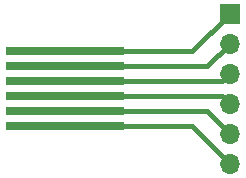
<source format=gbr>
G04 #@! TF.GenerationSoftware,KiCad,Pcbnew,(5.0.2)-1*
G04 #@! TF.CreationDate,2019-05-13T16:27:43-07:00*
G04 #@! TF.ProjectId,pickit3_icsp_adapter,7069636b-6974-4335-9f69-6373705f6164,rev?*
G04 #@! TF.SameCoordinates,Original*
G04 #@! TF.FileFunction,Copper,L1,Top*
G04 #@! TF.FilePolarity,Positive*
%FSLAX46Y46*%
G04 Gerber Fmt 4.6, Leading zero omitted, Abs format (unit mm)*
G04 Created by KiCad (PCBNEW (5.0.2)-1) date 5/13/2019 4:27:43 PM*
%MOMM*%
%LPD*%
G01*
G04 APERTURE LIST*
G04 #@! TA.AperFunction,SMDPad,CuDef*
%ADD10R,10.000000X0.680000*%
G04 #@! TD*
G04 #@! TA.AperFunction,ComponentPad*
%ADD11R,1.700000X1.700000*%
G04 #@! TD*
G04 #@! TA.AperFunction,ComponentPad*
%ADD12O,1.700000X1.700000*%
G04 #@! TD*
G04 #@! TA.AperFunction,Conductor*
%ADD13C,0.400000*%
G04 #@! TD*
G04 APERTURE END LIST*
D10*
G04 #@! TO.P,J2,6*
G04 #@! TO.N,/LVP*
X5080000Y-11430000D03*
G04 #@! TO.P,J2,5*
G04 #@! TO.N,/ICSPCLK*
X5080000Y-10160000D03*
G04 #@! TO.P,J2,4*
G04 #@! TO.N,/ICSPDAT*
X5080000Y-8890000D03*
G04 #@! TO.P,J2,3*
G04 #@! TO.N,/VSS*
X5080000Y-7620000D03*
G04 #@! TO.P,J2,2*
G04 #@! TO.N,/VDD*
X5080000Y-6350000D03*
G04 #@! TO.P,J2,1*
G04 #@! TO.N,/VPP*
X5080000Y-5080000D03*
G04 #@! TD*
D11*
G04 #@! TO.P,J1,1*
G04 #@! TO.N,/VPP*
X19050000Y-1905000D03*
D12*
G04 #@! TO.P,J1,2*
G04 #@! TO.N,/VDD*
X19050000Y-4445000D03*
G04 #@! TO.P,J1,3*
G04 #@! TO.N,/VSS*
X19050000Y-6985000D03*
G04 #@! TO.P,J1,4*
G04 #@! TO.N,/ICSPDAT*
X19050000Y-9525000D03*
G04 #@! TO.P,J1,5*
G04 #@! TO.N,/ICSPCLK*
X19050000Y-12065000D03*
G04 #@! TO.P,J1,6*
G04 #@! TO.N,/LVP*
X19050000Y-14605000D03*
G04 #@! TD*
D13*
G04 #@! TO.N,/VSS*
X18415000Y-7620000D02*
X19050000Y-6985000D01*
X5080000Y-7620000D02*
X18415000Y-7620000D01*
G04 #@! TO.N,/VPP*
X15875000Y-5080000D02*
X19050000Y-1905000D01*
X5080000Y-5080000D02*
X15875000Y-5080000D01*
G04 #@! TO.N,/VDD*
X17145000Y-6350000D02*
X19050000Y-4445000D01*
X5080000Y-6350000D02*
X17145000Y-6350000D01*
G04 #@! TO.N,/ICSPDAT*
X18415000Y-8890000D02*
X19050000Y-9525000D01*
X5080000Y-8890000D02*
X18415000Y-8890000D01*
G04 #@! TO.N,/ICSPCLK*
X17145000Y-10160000D02*
X19050000Y-12065000D01*
X5080000Y-10160000D02*
X17145000Y-10160000D01*
G04 #@! TO.N,/LVP*
X15875000Y-11430000D02*
X19050000Y-14605000D01*
X5080000Y-11430000D02*
X15875000Y-11430000D01*
G04 #@! TD*
M02*

</source>
